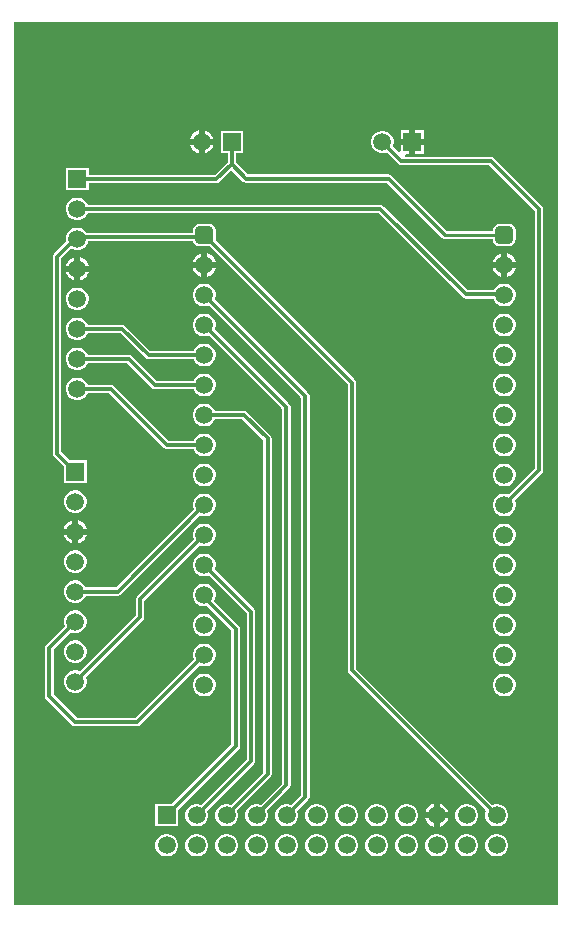
<source format=gtl>
G04*
G04 #@! TF.GenerationSoftware,Altium Limited,Altium Designer,24.5.2 (23)*
G04*
G04 Layer_Physical_Order=1*
G04 Layer_Color=255*
%FSLAX25Y25*%
%MOIN*%
G70*
G04*
G04 #@! TF.SameCoordinates,283EEC4D-0936-4861-99EB-E05453D0A95E*
G04*
G04*
G04 #@! TF.FilePolarity,Positive*
G04*
G01*
G75*
%ADD12C,0.01000*%
%ADD19C,0.01181*%
%ADD20C,0.05906*%
%ADD21R,0.05906X0.05906*%
%ADD22R,0.05906X0.05906*%
%ADD23C,0.05984*%
G04:AMPARAMS|DCode=24|XSize=59.84mil|YSize=59.84mil|CornerRadius=14.96mil|HoleSize=0mil|Usage=FLASHONLY|Rotation=270.000|XOffset=0mil|YOffset=0mil|HoleType=Round|Shape=RoundedRectangle|*
%AMROUNDEDRECTD24*
21,1,0.05984,0.02992,0,0,270.0*
21,1,0.02992,0.05984,0,0,270.0*
1,1,0.02992,-0.01496,-0.01496*
1,1,0.02992,-0.01496,0.01496*
1,1,0.02992,0.01496,0.01496*
1,1,0.02992,0.01496,-0.01496*
%
%ADD24ROUNDEDRECTD24*%
%ADD25C,0.21800*%
G36*
X182268Y803D02*
X803D01*
Y295260D01*
X182268D01*
Y803D01*
D02*
G37*
%LPC*%
G36*
X64504Y258942D02*
Y256118D01*
X67328D01*
X67187Y256644D01*
X66667Y257545D01*
X65931Y258281D01*
X65030Y258802D01*
X64504Y258942D01*
D02*
G37*
G36*
X137693Y259071D02*
X134740D01*
Y256118D01*
X137693D01*
Y259071D01*
D02*
G37*
G36*
X62504Y258942D02*
X61978Y258802D01*
X61077Y258281D01*
X60341Y257545D01*
X59820Y256644D01*
X59680Y256118D01*
X62504D01*
Y258942D01*
D02*
G37*
G36*
X132740Y259071D02*
X129787D01*
Y256118D01*
X132740D01*
Y259071D01*
D02*
G37*
G36*
X67328Y254118D02*
X64504D01*
Y251294D01*
X65030Y251435D01*
X65931Y251955D01*
X66667Y252691D01*
X67187Y253592D01*
X67328Y254118D01*
D02*
G37*
G36*
X62504D02*
X59680D01*
X59820Y253592D01*
X60341Y252691D01*
X61077Y251955D01*
X61978Y251435D01*
X62504Y251294D01*
Y254118D01*
D02*
G37*
G36*
X137693D02*
X134740D01*
Y251165D01*
X137693D01*
Y254118D01*
D02*
G37*
G36*
X77244Y258858D02*
X69764D01*
Y251378D01*
X72099D01*
Y248495D01*
X67843Y244240D01*
X25787D01*
Y246575D01*
X18307D01*
Y239094D01*
X25787D01*
Y241430D01*
X68425D01*
X68963Y241537D01*
X69419Y241841D01*
X73425Y245848D01*
X77353Y241920D01*
X77809Y241615D01*
X78347Y241508D01*
X125264D01*
X143651Y223121D01*
X144107Y222817D01*
X144644Y222710D01*
X145108Y222802D01*
X160540D01*
Y222619D01*
X160718Y221728D01*
X161222Y220972D01*
X161978Y220468D01*
X162869Y220291D01*
X165861D01*
X166752Y220468D01*
X167507Y220972D01*
X168012Y221728D01*
X168189Y222619D01*
Y225611D01*
X168012Y226502D01*
X167507Y227257D01*
X166752Y227762D01*
X165861Y227939D01*
X162869D01*
X161978Y227762D01*
X161222Y227257D01*
X160718Y226502D01*
X160540Y225611D01*
Y225428D01*
X145318D01*
X126839Y243907D01*
X126383Y244211D01*
X125846Y244318D01*
X78928D01*
X74909Y248338D01*
Y251378D01*
X77244D01*
Y258858D01*
D02*
G37*
G36*
X65861Y227939D02*
X62869D01*
X61978Y227762D01*
X61222Y227257D01*
X60718Y226502D01*
X60540Y225611D01*
Y224880D01*
X25185D01*
X25040Y225131D01*
X24344Y225828D01*
X23491Y226320D01*
X22540Y226575D01*
X21555D01*
X20604Y226320D01*
X19751Y225828D01*
X19054Y225131D01*
X18562Y224278D01*
X18307Y223327D01*
Y222342D01*
X18407Y221969D01*
X14361Y217923D01*
X14056Y217467D01*
X13949Y216929D01*
Y151255D01*
X14056Y150718D01*
X14361Y150262D01*
X17625Y146998D01*
Y141505D01*
X25105D01*
Y148985D01*
X19611D01*
X16759Y151837D01*
Y216347D01*
X20070Y219658D01*
X20604Y219349D01*
X21555Y219094D01*
X22540D01*
X23491Y219349D01*
X24344Y219842D01*
X25040Y220538D01*
X25532Y221391D01*
X25714Y222070D01*
X60650D01*
X60718Y221728D01*
X61222Y220972D01*
X61978Y220468D01*
X62869Y220291D01*
X65861D01*
X66145Y220347D01*
X112152Y174340D01*
Y78962D01*
X112259Y78425D01*
X112564Y77969D01*
X158346Y32187D01*
X158326Y32152D01*
X158071Y31201D01*
Y30216D01*
X158326Y29265D01*
X158818Y28412D01*
X159514Y27716D01*
X160367Y27223D01*
X161319Y26969D01*
X162303D01*
X163255Y27223D01*
X164108Y27716D01*
X164804Y28412D01*
X165296Y29265D01*
X165551Y30216D01*
Y31201D01*
X165296Y32152D01*
X164804Y33005D01*
X164108Y33702D01*
X163255Y34194D01*
X162303Y34449D01*
X161319D01*
X160367Y34194D01*
X160333Y34174D01*
X114962Y79545D01*
Y174922D01*
X114855Y175460D01*
X114551Y175916D01*
X68132Y222334D01*
X68189Y222619D01*
Y225611D01*
X68012Y226502D01*
X67507Y227257D01*
X66752Y227762D01*
X65861Y227939D01*
D02*
G37*
G36*
X165365Y217980D02*
Y215115D01*
X168230D01*
X168085Y215656D01*
X167559Y216566D01*
X166816Y217309D01*
X165906Y217835D01*
X165365Y217980D01*
D02*
G37*
G36*
X65365D02*
Y215115D01*
X68230D01*
X68085Y215656D01*
X67559Y216566D01*
X66816Y217309D01*
X65906Y217835D01*
X65365Y217980D01*
D02*
G37*
G36*
X163365D02*
X162824Y217835D01*
X161914Y217309D01*
X161170Y216566D01*
X160645Y215656D01*
X160500Y215115D01*
X163365D01*
Y217980D01*
D02*
G37*
G36*
X63365D02*
X62824Y217835D01*
X61914Y217309D01*
X61170Y216566D01*
X60645Y215656D01*
X60500Y215115D01*
X63365D01*
Y217980D01*
D02*
G37*
G36*
X23047Y216659D02*
Y213835D01*
X25872D01*
X25731Y214360D01*
X25210Y215262D01*
X24474Y215998D01*
X23573Y216518D01*
X23047Y216659D01*
D02*
G37*
G36*
X21047D02*
X20522Y216518D01*
X19620Y215998D01*
X18884Y215262D01*
X18364Y214360D01*
X18223Y213835D01*
X21047D01*
Y216659D01*
D02*
G37*
G36*
X168230Y213115D02*
X165365D01*
Y210250D01*
X165906Y210395D01*
X166816Y210920D01*
X167559Y211664D01*
X168085Y212574D01*
X168230Y213115D01*
D02*
G37*
G36*
X68230D02*
X65365D01*
Y210250D01*
X65906Y210395D01*
X66816Y210920D01*
X67559Y211664D01*
X68085Y212574D01*
X68230Y213115D01*
D02*
G37*
G36*
X63365D02*
X60500D01*
X60645Y212574D01*
X61170Y211664D01*
X61914Y210920D01*
X62824Y210395D01*
X63365Y210250D01*
Y213115D01*
D02*
G37*
G36*
X163365D02*
X160500D01*
X160645Y212574D01*
X161170Y211664D01*
X161914Y210920D01*
X162824Y210395D01*
X163365Y210250D01*
Y213115D01*
D02*
G37*
G36*
X25872Y211835D02*
X23047D01*
Y209010D01*
X23573Y209151D01*
X24474Y209672D01*
X25210Y210408D01*
X25731Y211309D01*
X25872Y211835D01*
D02*
G37*
G36*
X21047D02*
X18223D01*
X18364Y211309D01*
X18884Y210408D01*
X19620Y209672D01*
X20522Y209151D01*
X21047Y209010D01*
Y211835D01*
D02*
G37*
G36*
X22540Y236575D02*
X21555D01*
X20604Y236320D01*
X19751Y235827D01*
X19054Y235131D01*
X18562Y234278D01*
X18307Y233327D01*
Y232342D01*
X18562Y231391D01*
X19054Y230538D01*
X19751Y229842D01*
X20604Y229349D01*
X21555Y229095D01*
X22540D01*
X23491Y229349D01*
X24344Y229842D01*
X25040Y230538D01*
X25532Y231391D01*
X25543Y231430D01*
X122489D01*
X150581Y203337D01*
X151037Y203033D01*
X151575Y202926D01*
X160770D01*
X160843Y202656D01*
X161340Y201794D01*
X162044Y201091D01*
X162906Y200593D01*
X163867Y200335D01*
X164862D01*
X165823Y200593D01*
X166685Y201091D01*
X167389Y201794D01*
X167887Y202656D01*
X168144Y203617D01*
Y204612D01*
X167887Y205574D01*
X167389Y206435D01*
X166685Y207139D01*
X165823Y207637D01*
X164862Y207894D01*
X163867D01*
X162906Y207637D01*
X162044Y207139D01*
X161340Y206435D01*
X160936Y205736D01*
X152157D01*
X124064Y233828D01*
X123609Y234133D01*
X123071Y234240D01*
X25543D01*
X25532Y234278D01*
X25040Y235131D01*
X24344Y235827D01*
X23491Y236320D01*
X22540Y236575D01*
D02*
G37*
G36*
Y206575D02*
X21555D01*
X20604Y206320D01*
X19751Y205827D01*
X19054Y205131D01*
X18562Y204278D01*
X18307Y203327D01*
Y202342D01*
X18562Y201391D01*
X19054Y200538D01*
X19751Y199842D01*
X20604Y199349D01*
X21555Y199094D01*
X22540D01*
X23491Y199349D01*
X24344Y199842D01*
X25040Y200538D01*
X25532Y201391D01*
X25787Y202342D01*
Y203327D01*
X25532Y204278D01*
X25040Y205131D01*
X24344Y205827D01*
X23491Y206320D01*
X22540Y206575D01*
D02*
G37*
G36*
X164862Y197894D02*
X163867D01*
X162906Y197637D01*
X162044Y197139D01*
X161340Y196435D01*
X160843Y195574D01*
X160585Y194612D01*
Y193617D01*
X160843Y192656D01*
X161340Y191794D01*
X162044Y191091D01*
X162906Y190593D01*
X163867Y190335D01*
X164862D01*
X165823Y190593D01*
X166685Y191091D01*
X167389Y191794D01*
X167887Y192656D01*
X168144Y193617D01*
Y194612D01*
X167887Y195574D01*
X167389Y196435D01*
X166685Y197139D01*
X165823Y197637D01*
X164862Y197894D01*
D02*
G37*
G36*
Y187894D02*
X163867D01*
X162906Y187637D01*
X162044Y187139D01*
X161340Y186435D01*
X160843Y185574D01*
X160585Y184612D01*
Y183617D01*
X160843Y182656D01*
X161340Y181794D01*
X162044Y181090D01*
X162906Y180593D01*
X163867Y180335D01*
X164862D01*
X165823Y180593D01*
X166685Y181090D01*
X167389Y181794D01*
X167887Y182656D01*
X168144Y183617D01*
Y184612D01*
X167887Y185574D01*
X167389Y186435D01*
X166685Y187139D01*
X165823Y187637D01*
X164862Y187894D01*
D02*
G37*
G36*
X22540Y196575D02*
X21555D01*
X20604Y196320D01*
X19751Y195827D01*
X19054Y195131D01*
X18562Y194278D01*
X18307Y193327D01*
Y192342D01*
X18562Y191391D01*
X19054Y190538D01*
X19751Y189842D01*
X20604Y189349D01*
X21555Y189094D01*
X22540D01*
X23491Y189349D01*
X24344Y189842D01*
X25040Y190538D01*
X25532Y191391D01*
X25543Y191430D01*
X36505D01*
X44813Y183121D01*
X45269Y182817D01*
X45807Y182710D01*
X60828D01*
X60843Y182656D01*
X61340Y181794D01*
X62044Y181090D01*
X62906Y180593D01*
X63867Y180335D01*
X64862D01*
X65824Y180593D01*
X66685Y181090D01*
X67389Y181794D01*
X67887Y182656D01*
X68144Y183617D01*
Y184612D01*
X67887Y185574D01*
X67389Y186435D01*
X66685Y187139D01*
X65824Y187637D01*
X64862Y187894D01*
X63867D01*
X62906Y187637D01*
X62044Y187139D01*
X61340Y186435D01*
X60843Y185574D01*
X60828Y185520D01*
X46388D01*
X38080Y193828D01*
X37624Y194133D01*
X37087Y194240D01*
X25543D01*
X25532Y194278D01*
X25040Y195131D01*
X24344Y195827D01*
X23491Y196320D01*
X22540Y196575D01*
D02*
G37*
G36*
X164862Y177894D02*
X163867D01*
X162906Y177637D01*
X162044Y177139D01*
X161340Y176435D01*
X160843Y175574D01*
X160585Y174612D01*
Y173617D01*
X160843Y172656D01*
X161340Y171794D01*
X162044Y171090D01*
X162906Y170593D01*
X163867Y170335D01*
X164862D01*
X165823Y170593D01*
X166685Y171090D01*
X167389Y171794D01*
X167887Y172656D01*
X168144Y173617D01*
Y174612D01*
X167887Y175574D01*
X167389Y176435D01*
X166685Y177139D01*
X165823Y177637D01*
X164862Y177894D01*
D02*
G37*
G36*
X22540Y186575D02*
X21555D01*
X20604Y186320D01*
X19751Y185828D01*
X19054Y185131D01*
X18562Y184278D01*
X18307Y183327D01*
Y182342D01*
X18562Y181391D01*
X19054Y180538D01*
X19751Y179842D01*
X20604Y179349D01*
X21555Y179095D01*
X22540D01*
X23491Y179349D01*
X24344Y179842D01*
X25040Y180538D01*
X25532Y181391D01*
X25543Y181430D01*
X38631D01*
X46939Y173121D01*
X47395Y172817D01*
X47932Y172710D01*
X60828D01*
X60843Y172656D01*
X61340Y171794D01*
X62044Y171090D01*
X62906Y170593D01*
X63867Y170335D01*
X64862D01*
X65824Y170593D01*
X66685Y171090D01*
X67389Y171794D01*
X67887Y172656D01*
X68144Y173617D01*
Y174612D01*
X67887Y175574D01*
X67389Y176435D01*
X66685Y177139D01*
X65824Y177637D01*
X64862Y177894D01*
X63867D01*
X62906Y177637D01*
X62044Y177139D01*
X61340Y176435D01*
X60843Y175574D01*
X60828Y175520D01*
X48514D01*
X40206Y183828D01*
X39750Y184133D01*
X39213Y184240D01*
X25543D01*
X25532Y184278D01*
X25040Y185131D01*
X24344Y185828D01*
X23491Y186320D01*
X22540Y186575D01*
D02*
G37*
G36*
X164862Y167894D02*
X163867D01*
X162906Y167637D01*
X162044Y167139D01*
X161340Y166436D01*
X160843Y165574D01*
X160585Y164612D01*
Y163617D01*
X160843Y162656D01*
X161340Y161794D01*
X162044Y161091D01*
X162906Y160593D01*
X163867Y160335D01*
X164862D01*
X165823Y160593D01*
X166685Y161091D01*
X167389Y161794D01*
X167887Y162656D01*
X168144Y163617D01*
Y164612D01*
X167887Y165574D01*
X167389Y166436D01*
X166685Y167139D01*
X165823Y167637D01*
X164862Y167894D01*
D02*
G37*
G36*
Y157894D02*
X163867D01*
X162906Y157637D01*
X162044Y157139D01*
X161340Y156436D01*
X160843Y155574D01*
X160585Y154612D01*
Y153617D01*
X160843Y152656D01*
X161340Y151794D01*
X162044Y151091D01*
X162906Y150593D01*
X163867Y150335D01*
X164862D01*
X165823Y150593D01*
X166685Y151091D01*
X167389Y151794D01*
X167887Y152656D01*
X168144Y153617D01*
Y154612D01*
X167887Y155574D01*
X167389Y156436D01*
X166685Y157139D01*
X165823Y157637D01*
X164862Y157894D01*
D02*
G37*
G36*
X22540Y176575D02*
X21555D01*
X20604Y176320D01*
X19751Y175828D01*
X19054Y175131D01*
X18562Y174278D01*
X18307Y173327D01*
Y172342D01*
X18562Y171391D01*
X19054Y170538D01*
X19751Y169842D01*
X20604Y169349D01*
X21555Y169095D01*
X22540D01*
X23491Y169349D01*
X24344Y169842D01*
X25040Y170538D01*
X25532Y171391D01*
X25543Y171430D01*
X32667D01*
X50975Y153121D01*
X51431Y152817D01*
X51968Y152710D01*
X60828D01*
X60843Y152656D01*
X61340Y151794D01*
X62044Y151091D01*
X62906Y150593D01*
X63867Y150335D01*
X64862D01*
X65824Y150593D01*
X66685Y151091D01*
X67389Y151794D01*
X67887Y152656D01*
X68144Y153617D01*
Y154612D01*
X67887Y155574D01*
X67389Y156436D01*
X66685Y157139D01*
X65824Y157637D01*
X64862Y157894D01*
X63867D01*
X62906Y157637D01*
X62044Y157139D01*
X61340Y156436D01*
X60843Y155574D01*
X60828Y155520D01*
X52551D01*
X34242Y173828D01*
X33786Y174133D01*
X33249Y174240D01*
X25543D01*
X25532Y174278D01*
X25040Y175131D01*
X24344Y175828D01*
X23491Y176320D01*
X22540Y176575D01*
D02*
G37*
G36*
X164862Y147894D02*
X163867D01*
X162906Y147637D01*
X162044Y147139D01*
X161340Y146435D01*
X160843Y145574D01*
X160585Y144612D01*
Y143617D01*
X160843Y142656D01*
X161340Y141794D01*
X162044Y141091D01*
X162906Y140593D01*
X163867Y140335D01*
X164862D01*
X165823Y140593D01*
X166685Y141091D01*
X167389Y141794D01*
X167887Y142656D01*
X168144Y143617D01*
Y144612D01*
X167887Y145574D01*
X167389Y146435D01*
X166685Y147139D01*
X165823Y147637D01*
X164862Y147894D01*
D02*
G37*
G36*
X64862D02*
X63867D01*
X62906Y147637D01*
X62044Y147139D01*
X61340Y146435D01*
X60843Y145574D01*
X60585Y144612D01*
Y143617D01*
X60843Y142656D01*
X61340Y141794D01*
X62044Y141091D01*
X62906Y140593D01*
X63867Y140335D01*
X64862D01*
X65824Y140593D01*
X66685Y141091D01*
X67389Y141794D01*
X67887Y142656D01*
X68144Y143617D01*
Y144612D01*
X67887Y145574D01*
X67389Y146435D01*
X66685Y147139D01*
X65824Y147637D01*
X64862Y147894D01*
D02*
G37*
G36*
X124233Y258858D02*
X123248D01*
X122297Y258603D01*
X121444Y258111D01*
X120747Y257415D01*
X120255Y256562D01*
X120000Y255610D01*
Y254626D01*
X120255Y253675D01*
X120747Y252822D01*
X121444Y252125D01*
X122297Y251633D01*
X123248Y251378D01*
X124233D01*
X125184Y251633D01*
X125218Y251653D01*
X129046Y247826D01*
X129502Y247521D01*
X130039Y247414D01*
X159389D01*
X174579Y232224D01*
Y146316D01*
X165872Y137609D01*
X165823Y137637D01*
X164862Y137894D01*
X163867D01*
X162906Y137637D01*
X162044Y137139D01*
X161340Y136435D01*
X160843Y135574D01*
X160585Y134612D01*
Y133617D01*
X160843Y132656D01*
X161340Y131794D01*
X162044Y131090D01*
X162906Y130593D01*
X163867Y130335D01*
X164862D01*
X165823Y130593D01*
X166685Y131090D01*
X167389Y131794D01*
X167887Y132656D01*
X168144Y133617D01*
Y134612D01*
X167887Y135574D01*
X167859Y135622D01*
X176978Y144741D01*
X177282Y145197D01*
X177389Y145734D01*
Y232805D01*
X177282Y233343D01*
X176978Y233799D01*
X160964Y249812D01*
X160509Y250117D01*
X159971Y250224D01*
X131256D01*
X131153Y250378D01*
X131574Y251165D01*
X132740D01*
Y254118D01*
X129787D01*
Y252171D01*
X129000Y251845D01*
X127205Y253640D01*
X127225Y253675D01*
X127480Y254626D01*
Y255610D01*
X127225Y256562D01*
X126733Y257415D01*
X126037Y258111D01*
X125184Y258603D01*
X124233Y258858D01*
D02*
G37*
G36*
X21857Y138985D02*
X20872D01*
X19921Y138730D01*
X19068Y138238D01*
X18372Y137541D01*
X17879Y136688D01*
X17625Y135737D01*
Y134753D01*
X17879Y133801D01*
X18372Y132948D01*
X19068Y132252D01*
X19921Y131760D01*
X20872Y131505D01*
X21857D01*
X22808Y131760D01*
X23661Y132252D01*
X24358Y132948D01*
X24850Y133801D01*
X25105Y134753D01*
Y135737D01*
X24850Y136688D01*
X24358Y137541D01*
X23661Y138238D01*
X22808Y138730D01*
X21857Y138985D01*
D02*
G37*
G36*
X64862Y137894D02*
X63867D01*
X62906Y137637D01*
X62044Y137139D01*
X61340Y136435D01*
X60843Y135574D01*
X60585Y134612D01*
Y133617D01*
X60843Y132656D01*
X60871Y132608D01*
X34913Y106650D01*
X24860D01*
X24850Y106688D01*
X24358Y107541D01*
X23661Y108238D01*
X22808Y108730D01*
X21857Y108985D01*
X20872D01*
X19921Y108730D01*
X19068Y108238D01*
X18372Y107541D01*
X17879Y106688D01*
X17625Y105737D01*
Y104753D01*
X17879Y103801D01*
X18372Y102948D01*
X19068Y102252D01*
X19921Y101760D01*
X20872Y101505D01*
X21857D01*
X22808Y101760D01*
X23661Y102252D01*
X24358Y102948D01*
X24850Y103801D01*
X24860Y103840D01*
X35495D01*
X36032Y103947D01*
X36488Y104251D01*
X62858Y130621D01*
X62906Y130593D01*
X63867Y130335D01*
X64862D01*
X65824Y130593D01*
X66685Y131090D01*
X67389Y131794D01*
X67887Y132656D01*
X68144Y133617D01*
Y134612D01*
X67887Y135574D01*
X67389Y136435D01*
X66685Y137139D01*
X65824Y137637D01*
X64862Y137894D01*
D02*
G37*
G36*
X22365Y129069D02*
Y126245D01*
X25189D01*
X25048Y126771D01*
X24528Y127672D01*
X23792Y128408D01*
X22890Y128928D01*
X22365Y129069D01*
D02*
G37*
G36*
X20365D02*
X19839Y128928D01*
X18938Y128408D01*
X18202Y127672D01*
X17681Y126771D01*
X17540Y126245D01*
X20365D01*
Y129069D01*
D02*
G37*
G36*
X25189Y124245D02*
X22365D01*
Y121421D01*
X22890Y121562D01*
X23792Y122082D01*
X24528Y122818D01*
X25048Y123719D01*
X25189Y124245D01*
D02*
G37*
G36*
X20365D02*
X17540D01*
X17681Y123719D01*
X18202Y122818D01*
X18938Y122082D01*
X19839Y121562D01*
X20365Y121421D01*
Y124245D01*
D02*
G37*
G36*
X164862Y127894D02*
X163867D01*
X162906Y127637D01*
X162044Y127139D01*
X161340Y126435D01*
X160843Y125574D01*
X160585Y124612D01*
Y123617D01*
X160843Y122656D01*
X161340Y121794D01*
X162044Y121090D01*
X162906Y120593D01*
X163867Y120335D01*
X164862D01*
X165823Y120593D01*
X166685Y121090D01*
X167389Y121794D01*
X167887Y122656D01*
X168144Y123617D01*
Y124612D01*
X167887Y125574D01*
X167389Y126435D01*
X166685Y127139D01*
X165823Y127637D01*
X164862Y127894D01*
D02*
G37*
G36*
X64862D02*
X63867D01*
X62906Y127637D01*
X62044Y127139D01*
X61340Y126435D01*
X60843Y125574D01*
X60585Y124612D01*
Y123617D01*
X60843Y122656D01*
X60871Y122608D01*
X41864Y103601D01*
X41559Y103145D01*
X41452Y102607D01*
Y97319D01*
X22843Y78710D01*
X22808Y78730D01*
X21857Y78985D01*
X20872D01*
X19921Y78730D01*
X19068Y78238D01*
X18372Y77541D01*
X17879Y76688D01*
X17625Y75737D01*
Y74752D01*
X17879Y73801D01*
X18372Y72948D01*
X19068Y72252D01*
X19921Y71760D01*
X20872Y71505D01*
X21857D01*
X22808Y71760D01*
X23661Y72252D01*
X24358Y72948D01*
X24850Y73801D01*
X25105Y74752D01*
Y75737D01*
X24850Y76688D01*
X24830Y76723D01*
X43851Y95744D01*
X44155Y96200D01*
X44262Y96737D01*
Y102025D01*
X62858Y120621D01*
X62906Y120593D01*
X63867Y120335D01*
X64862D01*
X65824Y120593D01*
X66685Y121090D01*
X67389Y121794D01*
X67887Y122656D01*
X68144Y123617D01*
Y124612D01*
X67887Y125574D01*
X67389Y126435D01*
X66685Y127139D01*
X65824Y127637D01*
X64862Y127894D01*
D02*
G37*
G36*
X21857Y118985D02*
X20872D01*
X19921Y118730D01*
X19068Y118238D01*
X18372Y117541D01*
X17879Y116689D01*
X17625Y115737D01*
Y114752D01*
X17879Y113801D01*
X18372Y112948D01*
X19068Y112252D01*
X19921Y111760D01*
X20872Y111505D01*
X21857D01*
X22808Y111760D01*
X23661Y112252D01*
X24358Y112948D01*
X24850Y113801D01*
X25105Y114752D01*
Y115737D01*
X24850Y116689D01*
X24358Y117541D01*
X23661Y118238D01*
X22808Y118730D01*
X21857Y118985D01*
D02*
G37*
G36*
X164862Y117894D02*
X163867D01*
X162906Y117637D01*
X162044Y117139D01*
X161340Y116436D01*
X160843Y115574D01*
X160585Y114612D01*
Y113617D01*
X160843Y112656D01*
X161340Y111794D01*
X162044Y111091D01*
X162906Y110593D01*
X163867Y110335D01*
X164862D01*
X165823Y110593D01*
X166685Y111091D01*
X167389Y111794D01*
X167887Y112656D01*
X168144Y113617D01*
Y114612D01*
X167887Y115574D01*
X167389Y116436D01*
X166685Y117139D01*
X165823Y117637D01*
X164862Y117894D01*
D02*
G37*
G36*
Y107894D02*
X163867D01*
X162906Y107637D01*
X162044Y107139D01*
X161340Y106436D01*
X160843Y105574D01*
X160585Y104612D01*
Y103617D01*
X160843Y102656D01*
X161340Y101794D01*
X162044Y101091D01*
X162906Y100593D01*
X163867Y100335D01*
X164862D01*
X165823Y100593D01*
X166685Y101091D01*
X167389Y101794D01*
X167887Y102656D01*
X168144Y103617D01*
Y104612D01*
X167887Y105574D01*
X167389Y106436D01*
X166685Y107139D01*
X165823Y107637D01*
X164862Y107894D01*
D02*
G37*
G36*
X21857Y98985D02*
X20872D01*
X19921Y98730D01*
X19068Y98238D01*
X18372Y97541D01*
X17879Y96688D01*
X17625Y95737D01*
Y94753D01*
X17879Y93801D01*
X17899Y93766D01*
X11700Y87568D01*
X11396Y87112D01*
X11289Y86574D01*
Y70377D01*
X11396Y69839D01*
X11700Y69384D01*
X20266Y60818D01*
X20722Y60513D01*
X21260Y60406D01*
X42061D01*
X42599Y60513D01*
X43054Y60818D01*
X62858Y80621D01*
X62906Y80593D01*
X63867Y80335D01*
X64862D01*
X65824Y80593D01*
X66685Y81090D01*
X67389Y81794D01*
X67887Y82656D01*
X68144Y83617D01*
Y84612D01*
X67887Y85574D01*
X67389Y86436D01*
X66685Y87139D01*
X65824Y87637D01*
X64862Y87894D01*
X63867D01*
X62906Y87637D01*
X62044Y87139D01*
X61340Y86436D01*
X60843Y85574D01*
X60585Y84612D01*
Y83617D01*
X60843Y82656D01*
X60871Y82608D01*
X41479Y63216D01*
X21842D01*
X14099Y70959D01*
Y85992D01*
X19886Y91780D01*
X19921Y91760D01*
X20872Y91505D01*
X21857D01*
X22808Y91760D01*
X23661Y92252D01*
X24358Y92948D01*
X24850Y93801D01*
X25105Y94753D01*
Y95737D01*
X24850Y96688D01*
X24358Y97541D01*
X23661Y98238D01*
X22808Y98730D01*
X21857Y98985D01*
D02*
G37*
G36*
X164862Y97894D02*
X163867D01*
X162906Y97637D01*
X162044Y97139D01*
X161340Y96435D01*
X160843Y95574D01*
X160585Y94612D01*
Y93617D01*
X160843Y92656D01*
X161340Y91794D01*
X162044Y91091D01*
X162906Y90593D01*
X163867Y90335D01*
X164862D01*
X165823Y90593D01*
X166685Y91091D01*
X167389Y91794D01*
X167887Y92656D01*
X168144Y93617D01*
Y94612D01*
X167887Y95574D01*
X167389Y96435D01*
X166685Y97139D01*
X165823Y97637D01*
X164862Y97894D01*
D02*
G37*
G36*
X64862D02*
X63867D01*
X62906Y97637D01*
X62044Y97139D01*
X61340Y96435D01*
X60843Y95574D01*
X60585Y94612D01*
Y93617D01*
X60843Y92656D01*
X61340Y91794D01*
X62044Y91091D01*
X62906Y90593D01*
X63867Y90335D01*
X64862D01*
X65824Y90593D01*
X66685Y91091D01*
X67389Y91794D01*
X67887Y92656D01*
X68144Y93617D01*
Y94612D01*
X67887Y95574D01*
X67389Y96435D01*
X66685Y97139D01*
X65824Y97637D01*
X64862Y97894D01*
D02*
G37*
G36*
X21857Y88985D02*
X20872D01*
X19921Y88730D01*
X19068Y88238D01*
X18372Y87541D01*
X17879Y86689D01*
X17625Y85737D01*
Y84753D01*
X17879Y83801D01*
X18372Y82948D01*
X19068Y82252D01*
X19921Y81760D01*
X20872Y81505D01*
X21857D01*
X22808Y81760D01*
X23661Y82252D01*
X24358Y82948D01*
X24850Y83801D01*
X25105Y84753D01*
Y85737D01*
X24850Y86689D01*
X24358Y87541D01*
X23661Y88238D01*
X22808Y88730D01*
X21857Y88985D01*
D02*
G37*
G36*
X164862Y87894D02*
X163867D01*
X162906Y87637D01*
X162044Y87139D01*
X161340Y86436D01*
X160843Y85574D01*
X160585Y84612D01*
Y83617D01*
X160843Y82656D01*
X161340Y81794D01*
X162044Y81090D01*
X162906Y80593D01*
X163867Y80335D01*
X164862D01*
X165823Y80593D01*
X166685Y81090D01*
X167389Y81794D01*
X167887Y82656D01*
X168144Y83617D01*
Y84612D01*
X167887Y85574D01*
X167389Y86436D01*
X166685Y87139D01*
X165823Y87637D01*
X164862Y87894D01*
D02*
G37*
G36*
Y77894D02*
X163867D01*
X162906Y77637D01*
X162044Y77139D01*
X161340Y76436D01*
X160843Y75574D01*
X160585Y74612D01*
Y73617D01*
X160843Y72656D01*
X161340Y71794D01*
X162044Y71091D01*
X162906Y70593D01*
X163867Y70335D01*
X164862D01*
X165823Y70593D01*
X166685Y71091D01*
X167389Y71794D01*
X167887Y72656D01*
X168144Y73617D01*
Y74612D01*
X167887Y75574D01*
X167389Y76436D01*
X166685Y77139D01*
X165823Y77637D01*
X164862Y77894D01*
D02*
G37*
G36*
X64862D02*
X63867D01*
X62906Y77637D01*
X62044Y77139D01*
X61340Y76436D01*
X60843Y75574D01*
X60585Y74612D01*
Y73617D01*
X60843Y72656D01*
X61340Y71794D01*
X62044Y71091D01*
X62906Y70593D01*
X63867Y70335D01*
X64862D01*
X65824Y70593D01*
X66685Y71091D01*
X67389Y71794D01*
X67887Y72656D01*
X68144Y73617D01*
Y74612D01*
X67887Y75574D01*
X67389Y76436D01*
X66685Y77139D01*
X65824Y77637D01*
X64862Y77894D01*
D02*
G37*
G36*
Y167894D02*
X63867D01*
X62906Y167637D01*
X62044Y167139D01*
X61340Y166436D01*
X60843Y165574D01*
X60585Y164612D01*
Y163617D01*
X60843Y162656D01*
X61340Y161794D01*
X62044Y161091D01*
X62906Y160593D01*
X63867Y160335D01*
X64862D01*
X65824Y160593D01*
X66685Y161091D01*
X67389Y161794D01*
X67887Y162656D01*
X67901Y162710D01*
X77035D01*
X84028Y155717D01*
Y44913D01*
X73289Y34174D01*
X73255Y34194D01*
X72303Y34449D01*
X71319D01*
X70367Y34194D01*
X69515Y33702D01*
X68818Y33005D01*
X68326Y32152D01*
X68071Y31201D01*
Y30216D01*
X68326Y29265D01*
X68818Y28412D01*
X69515Y27716D01*
X70367Y27223D01*
X71319Y26969D01*
X72303D01*
X73255Y27223D01*
X74107Y27716D01*
X74804Y28412D01*
X75296Y29265D01*
X75551Y30216D01*
Y31201D01*
X75296Y32152D01*
X75276Y32187D01*
X86427Y43337D01*
X86731Y43793D01*
X86838Y44331D01*
Y156299D01*
X86731Y156837D01*
X86427Y157293D01*
X78611Y165108D01*
X78155Y165413D01*
X77617Y165520D01*
X67901D01*
X67887Y165574D01*
X67389Y166436D01*
X66685Y167139D01*
X65824Y167637D01*
X64862Y167894D01*
D02*
G37*
G36*
Y207894D02*
X63867D01*
X62906Y207637D01*
X62044Y207139D01*
X61340Y206435D01*
X60843Y205574D01*
X60585Y204612D01*
Y203617D01*
X60843Y202656D01*
X61340Y201794D01*
X62044Y201091D01*
X62906Y200593D01*
X63867Y200335D01*
X64862D01*
X65824Y200593D01*
X65872Y200621D01*
X96627Y169866D01*
Y37511D01*
X93289Y34174D01*
X93255Y34194D01*
X92303Y34449D01*
X91319D01*
X90367Y34194D01*
X89514Y33702D01*
X88818Y33005D01*
X88326Y32152D01*
X88071Y31201D01*
Y30216D01*
X88326Y29265D01*
X88818Y28412D01*
X89514Y27716D01*
X90367Y27223D01*
X91319Y26969D01*
X92303D01*
X93255Y27223D01*
X94108Y27716D01*
X94804Y28412D01*
X95296Y29265D01*
X95551Y30216D01*
Y31201D01*
X95296Y32152D01*
X95276Y32187D01*
X99025Y35936D01*
X99330Y36391D01*
X99436Y36929D01*
Y170448D01*
X99330Y170986D01*
X99025Y171441D01*
X67859Y202608D01*
X67887Y202656D01*
X68144Y203617D01*
Y204612D01*
X67887Y205574D01*
X67389Y206435D01*
X66685Y207139D01*
X65824Y207637D01*
X64862Y207894D01*
D02*
G37*
G36*
Y197894D02*
X63867D01*
X62906Y197637D01*
X62044Y197139D01*
X61340Y196435D01*
X60843Y195574D01*
X60585Y194612D01*
Y193617D01*
X60843Y192656D01*
X61340Y191794D01*
X62044Y191091D01*
X62906Y190593D01*
X63867Y190335D01*
X64862D01*
X65824Y190593D01*
X65872Y190621D01*
X90327Y166165D01*
Y41212D01*
X83289Y34174D01*
X83255Y34194D01*
X82303Y34449D01*
X81319D01*
X80367Y34194D01*
X79514Y33702D01*
X78818Y33005D01*
X78326Y32152D01*
X78071Y31201D01*
Y30216D01*
X78326Y29265D01*
X78818Y28412D01*
X79514Y27716D01*
X80367Y27223D01*
X81319Y26969D01*
X82303D01*
X83255Y27223D01*
X84108Y27716D01*
X84804Y28412D01*
X85296Y29265D01*
X85551Y30216D01*
Y31201D01*
X85296Y32152D01*
X85276Y32187D01*
X92726Y39636D01*
X93030Y40092D01*
X93137Y40630D01*
Y166747D01*
X93030Y167285D01*
X92726Y167741D01*
X67859Y192608D01*
X67887Y192656D01*
X68144Y193617D01*
Y194612D01*
X67887Y195574D01*
X67389Y196435D01*
X66685Y197139D01*
X65824Y197637D01*
X64862Y197894D01*
D02*
G37*
G36*
Y117894D02*
X63867D01*
X62906Y117637D01*
X62044Y117139D01*
X61340Y116436D01*
X60843Y115574D01*
X60585Y114612D01*
Y113617D01*
X60843Y112656D01*
X61340Y111794D01*
X62044Y111091D01*
X62906Y110593D01*
X63867Y110335D01*
X64862D01*
X65824Y110593D01*
X65872Y110621D01*
X78516Y97976D01*
Y49401D01*
X63289Y34174D01*
X63255Y34194D01*
X62303Y34449D01*
X61319D01*
X60367Y34194D01*
X59514Y33702D01*
X58818Y33005D01*
X58326Y32152D01*
X58071Y31201D01*
Y30216D01*
X58326Y29265D01*
X58818Y28412D01*
X59514Y27716D01*
X60367Y27223D01*
X61319Y26969D01*
X62303D01*
X63255Y27223D01*
X64108Y27716D01*
X64804Y28412D01*
X65296Y29265D01*
X65551Y30216D01*
Y31201D01*
X65296Y32152D01*
X65276Y32187D01*
X80915Y47826D01*
X81219Y48281D01*
X81326Y48819D01*
Y98558D01*
X81219Y99096D01*
X80915Y99552D01*
X67859Y112608D01*
X67887Y112656D01*
X68144Y113617D01*
Y114612D01*
X67887Y115574D01*
X67389Y116436D01*
X66685Y117139D01*
X65824Y117637D01*
X64862Y117894D01*
D02*
G37*
G36*
X142811Y34533D02*
Y31709D01*
X145635D01*
X145494Y32234D01*
X144974Y33136D01*
X144238Y33872D01*
X143337Y34392D01*
X142811Y34533D01*
D02*
G37*
G36*
X140811D02*
X140285Y34392D01*
X139384Y33872D01*
X138648Y33136D01*
X138128Y32234D01*
X137987Y31709D01*
X140811D01*
Y34533D01*
D02*
G37*
G36*
X152303Y34449D02*
X151319D01*
X150367Y34194D01*
X149514Y33702D01*
X148818Y33005D01*
X148326Y32152D01*
X148071Y31201D01*
Y30216D01*
X148326Y29265D01*
X148818Y28412D01*
X149514Y27716D01*
X150367Y27223D01*
X151319Y26969D01*
X152303D01*
X153255Y27223D01*
X154107Y27716D01*
X154804Y28412D01*
X155296Y29265D01*
X155551Y30216D01*
Y31201D01*
X155296Y32152D01*
X154804Y33005D01*
X154107Y33702D01*
X153255Y34194D01*
X152303Y34449D01*
D02*
G37*
G36*
X132303D02*
X131319D01*
X130367Y34194D01*
X129515Y33702D01*
X128818Y33005D01*
X128326Y32152D01*
X128071Y31201D01*
Y30216D01*
X128326Y29265D01*
X128818Y28412D01*
X129515Y27716D01*
X130367Y27223D01*
X131319Y26969D01*
X132303D01*
X133255Y27223D01*
X134107Y27716D01*
X134804Y28412D01*
X135296Y29265D01*
X135551Y30216D01*
Y31201D01*
X135296Y32152D01*
X134804Y33005D01*
X134107Y33702D01*
X133255Y34194D01*
X132303Y34449D01*
D02*
G37*
G36*
X122303D02*
X121319D01*
X120367Y34194D01*
X119515Y33702D01*
X118818Y33005D01*
X118326Y32152D01*
X118071Y31201D01*
Y30216D01*
X118326Y29265D01*
X118818Y28412D01*
X119515Y27716D01*
X120367Y27223D01*
X121319Y26969D01*
X122303D01*
X123255Y27223D01*
X124108Y27716D01*
X124804Y28412D01*
X125296Y29265D01*
X125551Y30216D01*
Y31201D01*
X125296Y32152D01*
X124804Y33005D01*
X124108Y33702D01*
X123255Y34194D01*
X122303Y34449D01*
D02*
G37*
G36*
X112303D02*
X111319D01*
X110367Y34194D01*
X109514Y33702D01*
X108818Y33005D01*
X108326Y32152D01*
X108071Y31201D01*
Y30216D01*
X108326Y29265D01*
X108818Y28412D01*
X109514Y27716D01*
X110367Y27223D01*
X111319Y26969D01*
X112303D01*
X113255Y27223D01*
X114108Y27716D01*
X114804Y28412D01*
X115296Y29265D01*
X115551Y30216D01*
Y31201D01*
X115296Y32152D01*
X114804Y33005D01*
X114108Y33702D01*
X113255Y34194D01*
X112303Y34449D01*
D02*
G37*
G36*
X102303D02*
X101319D01*
X100367Y34194D01*
X99515Y33702D01*
X98818Y33005D01*
X98326Y32152D01*
X98071Y31201D01*
Y30216D01*
X98326Y29265D01*
X98818Y28412D01*
X99515Y27716D01*
X100367Y27223D01*
X101319Y26969D01*
X102303D01*
X103255Y27223D01*
X104107Y27716D01*
X104804Y28412D01*
X105296Y29265D01*
X105551Y30216D01*
Y31201D01*
X105296Y32152D01*
X104804Y33005D01*
X104107Y33702D01*
X103255Y34194D01*
X102303Y34449D01*
D02*
G37*
G36*
X64862Y107894D02*
X63867D01*
X62906Y107637D01*
X62044Y107139D01*
X61340Y106436D01*
X60843Y105574D01*
X60585Y104612D01*
Y103617D01*
X60843Y102656D01*
X61340Y101794D01*
X62044Y101091D01*
X62906Y100593D01*
X63867Y100335D01*
X64862D01*
X65282Y100448D01*
X73398Y92331D01*
Y54283D01*
X53564Y34449D01*
X48071D01*
Y26969D01*
X55551D01*
Y32462D01*
X75797Y52707D01*
X76101Y53163D01*
X76208Y53701D01*
Y92913D01*
X76101Y93451D01*
X75797Y93907D01*
X67580Y102124D01*
X67887Y102656D01*
X68144Y103617D01*
Y104612D01*
X67887Y105574D01*
X67389Y106436D01*
X66685Y107139D01*
X65824Y107637D01*
X64862Y107894D01*
D02*
G37*
G36*
X145635Y29709D02*
X142811D01*
Y26884D01*
X143337Y27025D01*
X144238Y27546D01*
X144974Y28282D01*
X145494Y29183D01*
X145635Y29709D01*
D02*
G37*
G36*
X140811D02*
X137987D01*
X138128Y29183D01*
X138648Y28282D01*
X139384Y27546D01*
X140285Y27025D01*
X140811Y26884D01*
Y29709D01*
D02*
G37*
G36*
X162303Y24449D02*
X161319D01*
X160367Y24194D01*
X159514Y23701D01*
X158818Y23005D01*
X158326Y22152D01*
X158071Y21201D01*
Y20216D01*
X158326Y19265D01*
X158818Y18412D01*
X159514Y17716D01*
X160367Y17223D01*
X161319Y16969D01*
X162303D01*
X163255Y17223D01*
X164108Y17716D01*
X164804Y18412D01*
X165296Y19265D01*
X165551Y20216D01*
Y21201D01*
X165296Y22152D01*
X164804Y23005D01*
X164108Y23701D01*
X163255Y24194D01*
X162303Y24449D01*
D02*
G37*
G36*
X152303D02*
X151319D01*
X150367Y24194D01*
X149514Y23701D01*
X148818Y23005D01*
X148326Y22152D01*
X148071Y21201D01*
Y20216D01*
X148326Y19265D01*
X148818Y18412D01*
X149514Y17716D01*
X150367Y17223D01*
X151319Y16969D01*
X152303D01*
X153255Y17223D01*
X154107Y17716D01*
X154804Y18412D01*
X155296Y19265D01*
X155551Y20216D01*
Y21201D01*
X155296Y22152D01*
X154804Y23005D01*
X154107Y23701D01*
X153255Y24194D01*
X152303Y24449D01*
D02*
G37*
G36*
X142303D02*
X141319D01*
X140367Y24194D01*
X139515Y23701D01*
X138818Y23005D01*
X138326Y22152D01*
X138071Y21201D01*
Y20216D01*
X138326Y19265D01*
X138818Y18412D01*
X139515Y17716D01*
X140367Y17223D01*
X141319Y16969D01*
X142303D01*
X143255Y17223D01*
X144107Y17716D01*
X144804Y18412D01*
X145296Y19265D01*
X145551Y20216D01*
Y21201D01*
X145296Y22152D01*
X144804Y23005D01*
X144107Y23701D01*
X143255Y24194D01*
X142303Y24449D01*
D02*
G37*
G36*
X132303D02*
X131319D01*
X130367Y24194D01*
X129515Y23701D01*
X128818Y23005D01*
X128326Y22152D01*
X128071Y21201D01*
Y20216D01*
X128326Y19265D01*
X128818Y18412D01*
X129515Y17716D01*
X130367Y17223D01*
X131319Y16969D01*
X132303D01*
X133255Y17223D01*
X134107Y17716D01*
X134804Y18412D01*
X135296Y19265D01*
X135551Y20216D01*
Y21201D01*
X135296Y22152D01*
X134804Y23005D01*
X134107Y23701D01*
X133255Y24194D01*
X132303Y24449D01*
D02*
G37*
G36*
X122303D02*
X121319D01*
X120367Y24194D01*
X119515Y23701D01*
X118818Y23005D01*
X118326Y22152D01*
X118071Y21201D01*
Y20216D01*
X118326Y19265D01*
X118818Y18412D01*
X119515Y17716D01*
X120367Y17223D01*
X121319Y16969D01*
X122303D01*
X123255Y17223D01*
X124108Y17716D01*
X124804Y18412D01*
X125296Y19265D01*
X125551Y20216D01*
Y21201D01*
X125296Y22152D01*
X124804Y23005D01*
X124108Y23701D01*
X123255Y24194D01*
X122303Y24449D01*
D02*
G37*
G36*
X112303D02*
X111319D01*
X110367Y24194D01*
X109514Y23701D01*
X108818Y23005D01*
X108326Y22152D01*
X108071Y21201D01*
Y20216D01*
X108326Y19265D01*
X108818Y18412D01*
X109514Y17716D01*
X110367Y17223D01*
X111319Y16969D01*
X112303D01*
X113255Y17223D01*
X114108Y17716D01*
X114804Y18412D01*
X115296Y19265D01*
X115551Y20216D01*
Y21201D01*
X115296Y22152D01*
X114804Y23005D01*
X114108Y23701D01*
X113255Y24194D01*
X112303Y24449D01*
D02*
G37*
G36*
X102303D02*
X101319D01*
X100367Y24194D01*
X99515Y23701D01*
X98818Y23005D01*
X98326Y22152D01*
X98071Y21201D01*
Y20216D01*
X98326Y19265D01*
X98818Y18412D01*
X99515Y17716D01*
X100367Y17223D01*
X101319Y16969D01*
X102303D01*
X103255Y17223D01*
X104107Y17716D01*
X104804Y18412D01*
X105296Y19265D01*
X105551Y20216D01*
Y21201D01*
X105296Y22152D01*
X104804Y23005D01*
X104107Y23701D01*
X103255Y24194D01*
X102303Y24449D01*
D02*
G37*
G36*
X92303D02*
X91319D01*
X90367Y24194D01*
X89514Y23701D01*
X88818Y23005D01*
X88326Y22152D01*
X88071Y21201D01*
Y20216D01*
X88326Y19265D01*
X88818Y18412D01*
X89514Y17716D01*
X90367Y17223D01*
X91319Y16969D01*
X92303D01*
X93255Y17223D01*
X94108Y17716D01*
X94804Y18412D01*
X95296Y19265D01*
X95551Y20216D01*
Y21201D01*
X95296Y22152D01*
X94804Y23005D01*
X94108Y23701D01*
X93255Y24194D01*
X92303Y24449D01*
D02*
G37*
G36*
X82303D02*
X81319D01*
X80367Y24194D01*
X79514Y23701D01*
X78818Y23005D01*
X78326Y22152D01*
X78071Y21201D01*
Y20216D01*
X78326Y19265D01*
X78818Y18412D01*
X79514Y17716D01*
X80367Y17223D01*
X81319Y16969D01*
X82303D01*
X83255Y17223D01*
X84108Y17716D01*
X84804Y18412D01*
X85296Y19265D01*
X85551Y20216D01*
Y21201D01*
X85296Y22152D01*
X84804Y23005D01*
X84108Y23701D01*
X83255Y24194D01*
X82303Y24449D01*
D02*
G37*
G36*
X72303D02*
X71319D01*
X70367Y24194D01*
X69515Y23701D01*
X68818Y23005D01*
X68326Y22152D01*
X68071Y21201D01*
Y20216D01*
X68326Y19265D01*
X68818Y18412D01*
X69515Y17716D01*
X70367Y17223D01*
X71319Y16969D01*
X72303D01*
X73255Y17223D01*
X74107Y17716D01*
X74804Y18412D01*
X75296Y19265D01*
X75551Y20216D01*
Y21201D01*
X75296Y22152D01*
X74804Y23005D01*
X74107Y23701D01*
X73255Y24194D01*
X72303Y24449D01*
D02*
G37*
G36*
X62303D02*
X61319D01*
X60367Y24194D01*
X59514Y23701D01*
X58818Y23005D01*
X58326Y22152D01*
X58071Y21201D01*
Y20216D01*
X58326Y19265D01*
X58818Y18412D01*
X59514Y17716D01*
X60367Y17223D01*
X61319Y16969D01*
X62303D01*
X63255Y17223D01*
X64108Y17716D01*
X64804Y18412D01*
X65296Y19265D01*
X65551Y20216D01*
Y21201D01*
X65296Y22152D01*
X64804Y23005D01*
X64108Y23701D01*
X63255Y24194D01*
X62303Y24449D01*
D02*
G37*
G36*
X52303D02*
X51319D01*
X50367Y24194D01*
X49514Y23701D01*
X48818Y23005D01*
X48326Y22152D01*
X48071Y21201D01*
Y20216D01*
X48326Y19265D01*
X48818Y18412D01*
X49514Y17716D01*
X50367Y17223D01*
X51319Y16969D01*
X52303D01*
X53255Y17223D01*
X54107Y17716D01*
X54804Y18412D01*
X55296Y19265D01*
X55551Y20216D01*
Y21201D01*
X55296Y22152D01*
X54804Y23005D01*
X54107Y23701D01*
X53255Y24194D01*
X52303Y24449D01*
D02*
G37*
%LPD*%
D12*
X144644Y224115D02*
X164365D01*
D19*
X113557Y78962D02*
Y174922D01*
Y78962D02*
X161811Y30709D01*
X64365Y224115D02*
X113557Y174922D01*
X73504Y247756D02*
X78347Y242913D01*
X125846D01*
X144644Y224115D01*
X64365Y204115D02*
X98032Y170448D01*
X64365Y194115D02*
X91732Y166747D01*
X123071Y232835D02*
X151575Y204331D01*
X22047Y232835D02*
X123071D01*
X98032Y36929D02*
Y170448D01*
X91811Y30709D02*
X98032Y36929D01*
X91732Y40630D02*
Y166747D01*
X81811Y30709D02*
X91732Y40630D01*
X77617Y164115D02*
X85433Y156299D01*
X64365Y164115D02*
X77617D01*
X71811Y30709D02*
X85433Y44331D01*
Y156299D01*
X79921Y48819D02*
Y98558D01*
X64365Y114115D02*
X79921Y98558D01*
X61811Y30709D02*
X79921Y48819D01*
X64365Y103352D02*
X74803Y92913D01*
X64365Y103352D02*
Y104115D01*
X74803Y53701D02*
Y92913D01*
X51811Y30709D02*
X74803Y53701D01*
X73504Y247913D02*
Y255118D01*
X22047Y242835D02*
X68425D01*
X73504Y247913D01*
X21260Y222835D02*
X22047D01*
X15354Y216929D02*
X21260Y222835D01*
X15354Y151255D02*
X21365Y145245D01*
X15354Y151255D02*
Y216929D01*
X164149Y204331D02*
X164365Y204115D01*
X151575Y204331D02*
X164149D01*
X22047Y222835D02*
X22687Y223475D01*
X63725D02*
X64365Y224115D01*
X22687Y223475D02*
X63725D01*
X51968Y154115D02*
X64365D01*
X33249Y172835D02*
X51968Y154115D01*
X22047Y172835D02*
X33249D01*
X22047Y182835D02*
X39213D01*
X47932Y174115D01*
X64365D01*
X22047Y192835D02*
X37087D01*
X123740Y255118D02*
X130039Y248819D01*
X159971D02*
X175984Y232805D01*
X130039Y248819D02*
X159971D01*
X37087Y192835D02*
X45807Y184115D01*
X64365D01*
X21365Y105245D02*
X35495D01*
X64365Y134115D01*
X42857Y102607D02*
X64365Y124115D01*
X21365Y75245D02*
X42857Y96737D01*
Y102607D01*
X12694Y70377D02*
Y86574D01*
X21365Y95245D01*
X12694Y70377D02*
X21260Y61811D01*
X42061D01*
X64365Y84115D01*
X164365Y134115D02*
X175984Y145734D01*
Y232805D01*
D20*
X63504Y255118D02*
D03*
X123740D02*
D03*
X51811Y20709D02*
D03*
X61811D02*
D03*
X161811Y30709D02*
D03*
X151811D02*
D03*
X121811D02*
D03*
X141811Y20709D02*
D03*
X111811Y30709D02*
D03*
X131811Y20709D02*
D03*
X101811Y30709D02*
D03*
X121811Y20709D02*
D03*
X91811Y30709D02*
D03*
X111811Y20709D02*
D03*
X81811Y30709D02*
D03*
X101811Y20709D02*
D03*
X71811Y30709D02*
D03*
X91811Y20709D02*
D03*
X61811Y30709D02*
D03*
X81811Y20709D02*
D03*
X71811D02*
D03*
X131811Y30709D02*
D03*
X141811D02*
D03*
X151811Y20709D02*
D03*
X161811D02*
D03*
X22047Y172835D02*
D03*
Y182835D02*
D03*
Y192835D02*
D03*
Y202835D02*
D03*
Y212835D02*
D03*
Y222835D02*
D03*
Y232835D02*
D03*
X21365Y75245D02*
D03*
Y85245D02*
D03*
Y95245D02*
D03*
Y105245D02*
D03*
Y115245D02*
D03*
Y125245D02*
D03*
Y135245D02*
D03*
D21*
X73504Y255118D02*
D03*
X133740D02*
D03*
X22047Y242835D02*
D03*
X21365Y145245D02*
D03*
D22*
X51811Y30709D02*
D03*
D23*
X164365Y114115D02*
D03*
Y134115D02*
D03*
Y164115D02*
D03*
Y204115D02*
D03*
Y214115D02*
D03*
Y194115D02*
D03*
Y184115D02*
D03*
Y174115D02*
D03*
Y154115D02*
D03*
Y144115D02*
D03*
Y124115D02*
D03*
Y104115D02*
D03*
Y94115D02*
D03*
Y84115D02*
D03*
Y74115D02*
D03*
X64365D02*
D03*
Y84115D02*
D03*
Y94115D02*
D03*
Y104115D02*
D03*
Y124115D02*
D03*
Y144115D02*
D03*
Y154115D02*
D03*
Y174115D02*
D03*
Y184115D02*
D03*
Y194115D02*
D03*
Y214115D02*
D03*
Y204115D02*
D03*
Y164115D02*
D03*
Y134115D02*
D03*
Y114115D02*
D03*
D24*
X164365Y224115D02*
D03*
X64365D02*
D03*
D25*
X20866Y275197D02*
D03*
Y20866D02*
D03*
X162205Y275197D02*
D03*
M02*

</source>
